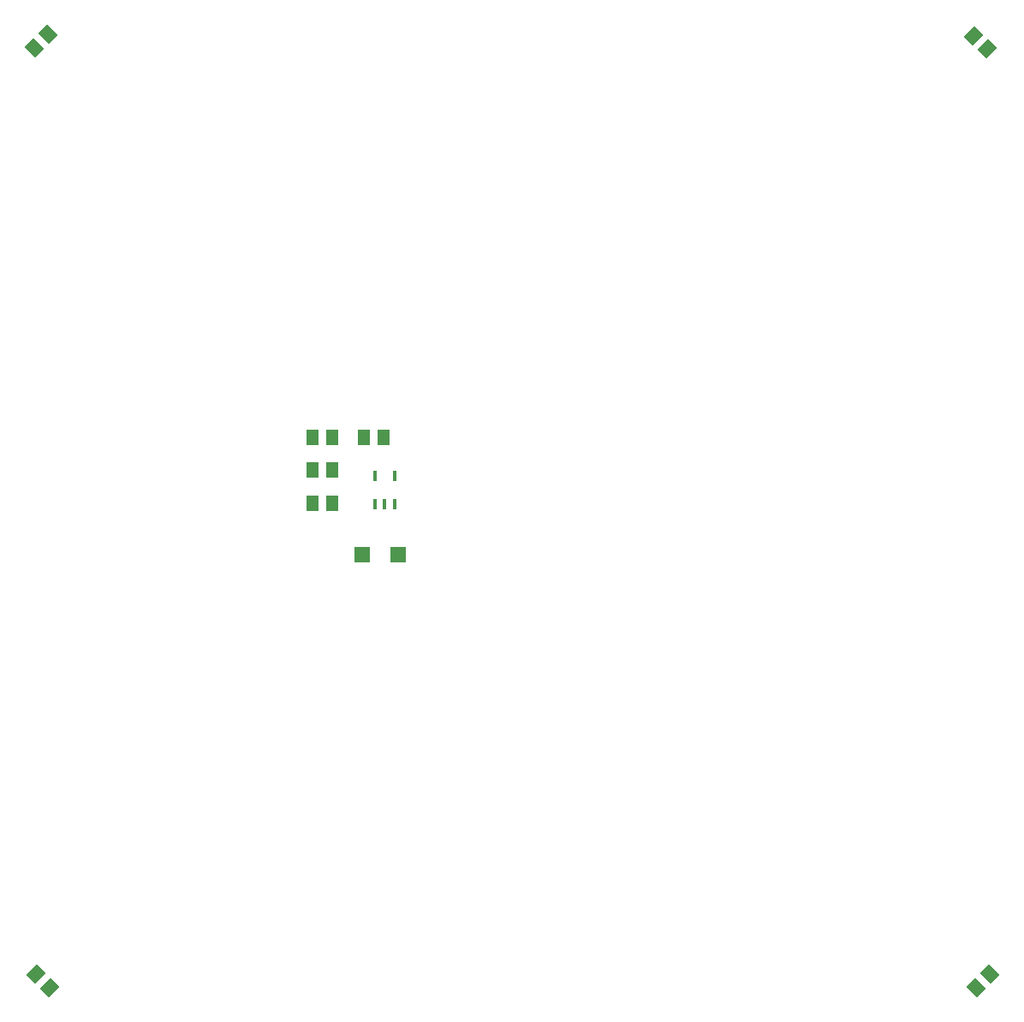
<source format=gbp>
%FSLAX25Y25*%
%MOIN*%
G70*
G01*
G75*
G04 Layer_Color=128*
%ADD10R,0.05906X0.05118*%
%ADD11R,0.07480X0.02756*%
G04:AMPARAMS|DCode=12|XSize=59.06mil|YSize=51.18mil|CornerRadius=0mil|HoleSize=0mil|Usage=FLASHONLY|Rotation=315.000|XOffset=0mil|YOffset=0mil|HoleType=Round|Shape=Rectangle|*
%AMROTATEDRECTD12*
4,1,4,-0.03897,0.00278,-0.00278,0.03897,0.03897,-0.00278,0.00278,-0.03897,-0.03897,0.00278,0.0*
%
%ADD12ROTATEDRECTD12*%

G04:AMPARAMS|DCode=13|XSize=59.06mil|YSize=51.18mil|CornerRadius=0mil|HoleSize=0mil|Usage=FLASHONLY|Rotation=225.000|XOffset=0mil|YOffset=0mil|HoleType=Round|Shape=Rectangle|*
%AMROTATEDRECTD13*
4,1,4,0.00278,0.03897,0.03897,0.00278,-0.00278,-0.03897,-0.03897,-0.00278,0.00278,0.03897,0.0*
%
%ADD13ROTATEDRECTD13*%

%ADD14O,0.08268X0.01181*%
%ADD15O,0.01181X0.08268*%
G04:AMPARAMS|DCode=16|XSize=78.74mil|YSize=47.24mil|CornerRadius=0mil|HoleSize=0mil|Usage=FLASHONLY|Rotation=225.000|XOffset=0mil|YOffset=0mil|HoleType=Round|Shape=Rectangle|*
%AMROTATEDRECTD16*
4,1,4,0.01114,0.04454,0.04454,0.01114,-0.01114,-0.04454,-0.04454,-0.01114,0.01114,0.04454,0.0*
%
%ADD16ROTATEDRECTD16*%

G04:AMPARAMS|DCode=17|XSize=78.74mil|YSize=47.24mil|CornerRadius=0mil|HoleSize=0mil|Usage=FLASHONLY|Rotation=135.000|XOffset=0mil|YOffset=0mil|HoleType=Round|Shape=Rectangle|*
%AMROTATEDRECTD17*
4,1,4,0.04454,-0.01114,0.01114,-0.04454,-0.04454,0.01114,-0.01114,0.04454,0.04454,-0.01114,0.0*
%
%ADD17ROTATEDRECTD17*%

G04:AMPARAMS|DCode=18|XSize=35.43mil|YSize=37.4mil|CornerRadius=0mil|HoleSize=0mil|Usage=FLASHONLY|Rotation=225.000|XOffset=0mil|YOffset=0mil|HoleType=Round|Shape=Rectangle|*
%AMROTATEDRECTD18*
4,1,4,-0.00070,0.02575,0.02575,-0.00070,0.00070,-0.02575,-0.02575,0.00070,-0.00070,0.02575,0.0*
%
%ADD18ROTATEDRECTD18*%

G04:AMPARAMS|DCode=19|XSize=35.43mil|YSize=37.4mil|CornerRadius=0mil|HoleSize=0mil|Usage=FLASHONLY|Rotation=225.000|XOffset=0mil|YOffset=0mil|HoleType=Round|Shape=Rectangle|*
%AMROTATEDRECTD19*
4,1,4,-0.00070,0.02575,0.02575,-0.00070,0.00070,-0.02575,-0.02575,0.00070,-0.00070,0.02575,0.0*
%
%ADD19ROTATEDRECTD19*%

G04:AMPARAMS|DCode=20|XSize=35.43mil|YSize=37.4mil|CornerRadius=0mil|HoleSize=0mil|Usage=FLASHONLY|Rotation=315.000|XOffset=0mil|YOffset=0mil|HoleType=Round|Shape=Rectangle|*
%AMROTATEDRECTD20*
4,1,4,-0.02575,-0.00070,0.00070,0.02575,0.02575,0.00070,-0.00070,-0.02575,-0.02575,-0.00070,0.0*
%
%ADD20ROTATEDRECTD20*%

G04:AMPARAMS|DCode=21|XSize=35.43mil|YSize=37.4mil|CornerRadius=0mil|HoleSize=0mil|Usage=FLASHONLY|Rotation=315.000|XOffset=0mil|YOffset=0mil|HoleType=Round|Shape=Rectangle|*
%AMROTATEDRECTD21*
4,1,4,-0.02575,-0.00070,0.00070,0.02575,0.02575,0.00070,-0.00070,-0.02575,-0.02575,-0.00070,0.0*
%
%ADD21ROTATEDRECTD21*%

%ADD22R,0.03543X0.03740*%
%ADD23R,0.03543X0.03740*%
%ADD24C,0.01063*%
%ADD25C,0.01181*%
%ADD26C,0.02756*%
%ADD27C,0.01969*%
%ADD28C,0.05906*%
%ADD29R,0.05906X0.05906*%
%ADD30R,0.05906X0.05906*%
%ADD31C,0.31496*%
%ADD32C,0.08268*%
%ADD33C,0.01969*%
%ADD34C,0.03150*%
%ADD35R,0.05118X0.05906*%
%ADD36R,0.06000X0.06000*%
%ADD37R,0.01575X0.03937*%
%ADD38R,0.01575X0.03937*%
%ADD39C,0.02362*%
%ADD40C,0.00984*%
%ADD41C,0.01000*%
%ADD42C,0.00787*%
%ADD43R,0.06706X0.05918*%
%ADD44R,0.08280X0.03556*%
G04:AMPARAMS|DCode=45|XSize=67.06mil|YSize=59.18mil|CornerRadius=0mil|HoleSize=0mil|Usage=FLASHONLY|Rotation=315.000|XOffset=0mil|YOffset=0mil|HoleType=Round|Shape=Rectangle|*
%AMROTATEDRECTD45*
4,1,4,-0.04463,0.00278,-0.00278,0.04463,0.04463,-0.00278,0.00278,-0.04463,-0.04463,0.00278,0.0*
%
%ADD45ROTATEDRECTD45*%

G04:AMPARAMS|DCode=46|XSize=67.06mil|YSize=59.18mil|CornerRadius=0mil|HoleSize=0mil|Usage=FLASHONLY|Rotation=225.000|XOffset=0mil|YOffset=0mil|HoleType=Round|Shape=Rectangle|*
%AMROTATEDRECTD46*
4,1,4,0.00278,0.04463,0.04463,0.00278,-0.00278,-0.04463,-0.04463,-0.00278,0.00278,0.04463,0.0*
%
%ADD46ROTATEDRECTD46*%

%ADD47O,0.09068X0.01981*%
%ADD48O,0.01981X0.09068*%
G04:AMPARAMS|DCode=49|XSize=86.74mil|YSize=55.24mil|CornerRadius=0mil|HoleSize=0mil|Usage=FLASHONLY|Rotation=225.000|XOffset=0mil|YOffset=0mil|HoleType=Round|Shape=Rectangle|*
%AMROTATEDRECTD49*
4,1,4,0.01114,0.05020,0.05020,0.01114,-0.01114,-0.05020,-0.05020,-0.01114,0.01114,0.05020,0.0*
%
%ADD49ROTATEDRECTD49*%

G04:AMPARAMS|DCode=50|XSize=86.74mil|YSize=55.24mil|CornerRadius=0mil|HoleSize=0mil|Usage=FLASHONLY|Rotation=135.000|XOffset=0mil|YOffset=0mil|HoleType=Round|Shape=Rectangle|*
%AMROTATEDRECTD50*
4,1,4,0.05020,-0.01114,0.01114,-0.05020,-0.05020,0.01114,-0.01114,0.05020,0.05020,-0.01114,0.0*
%
%ADD50ROTATEDRECTD50*%

G04:AMPARAMS|DCode=51|XSize=43.43mil|YSize=45.4mil|CornerRadius=0mil|HoleSize=0mil|Usage=FLASHONLY|Rotation=225.000|XOffset=0mil|YOffset=0mil|HoleType=Round|Shape=Rectangle|*
%AMROTATEDRECTD51*
4,1,4,-0.00070,0.03141,0.03141,-0.00070,0.00070,-0.03141,-0.03141,0.00070,-0.00070,0.03141,0.0*
%
%ADD51ROTATEDRECTD51*%

G04:AMPARAMS|DCode=52|XSize=43.43mil|YSize=45.4mil|CornerRadius=0mil|HoleSize=0mil|Usage=FLASHONLY|Rotation=225.000|XOffset=0mil|YOffset=0mil|HoleType=Round|Shape=Rectangle|*
%AMROTATEDRECTD52*
4,1,4,-0.00070,0.03141,0.03141,-0.00070,0.00070,-0.03141,-0.03141,0.00070,-0.00070,0.03141,0.0*
%
%ADD52ROTATEDRECTD52*%

G04:AMPARAMS|DCode=53|XSize=43.43mil|YSize=45.4mil|CornerRadius=0mil|HoleSize=0mil|Usage=FLASHONLY|Rotation=315.000|XOffset=0mil|YOffset=0mil|HoleType=Round|Shape=Rectangle|*
%AMROTATEDRECTD53*
4,1,4,-0.03141,-0.00070,0.00070,0.03141,0.03141,0.00070,-0.00070,-0.03141,-0.03141,-0.00070,0.0*
%
%ADD53ROTATEDRECTD53*%

G04:AMPARAMS|DCode=54|XSize=43.43mil|YSize=45.4mil|CornerRadius=0mil|HoleSize=0mil|Usage=FLASHONLY|Rotation=315.000|XOffset=0mil|YOffset=0mil|HoleType=Round|Shape=Rectangle|*
%AMROTATEDRECTD54*
4,1,4,-0.03141,-0.00070,0.00070,0.03141,0.03141,0.00070,-0.00070,-0.03141,-0.03141,-0.00070,0.0*
%
%ADD54ROTATEDRECTD54*%

%ADD55R,0.04343X0.04540*%
%ADD56R,0.04343X0.04540*%
%ADD57C,0.06706*%
%ADD58R,0.06706X0.06706*%
%ADD59R,0.06706X0.06706*%
%ADD60C,0.32296*%
%ADD61C,0.09068*%
%ADD62C,0.02769*%
%ADD63C,0.03950*%
%ADD64R,0.05918X0.06706*%
%ADD65R,0.06800X0.06800*%
%ADD66R,0.02375X0.04737*%
%ADD67R,0.02375X0.04737*%
D12*
X558530Y621894D02*
D03*
X563820Y627184D02*
D03*
X197145Y993145D02*
D03*
X191855Y987855D02*
D03*
D13*
X192355Y627145D02*
D03*
X197645Y621855D02*
D03*
X562645Y987355D02*
D03*
X557355Y992645D02*
D03*
D35*
X300260Y823500D02*
D03*
X307740D02*
D03*
X300260Y836000D02*
D03*
X307740D02*
D03*
X320260D02*
D03*
X327740D02*
D03*
X307740Y810500D02*
D03*
X300260D02*
D03*
D36*
X319500Y790500D02*
D03*
X333500D02*
D03*
D37*
X324520Y821024D02*
D03*
Y810000D02*
D03*
X328260D02*
D03*
X332000D02*
D03*
D38*
Y821024D02*
D03*
M02*

</source>
